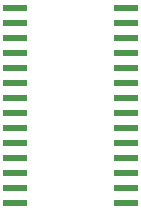
<source format=gtp>
G04 #@! TF.FileFunction,Paste,Top*
%FSLAX46Y46*%
G04 Gerber Fmt 4.6, Leading zero omitted, Abs format (unit mm)*
G04 Created by KiCad (PCBNEW 4.0.5+dfsg1-4) date Thu Oct  6 23:04:55 2022*
%MOMM*%
%LPD*%
G01*
G04 APERTURE LIST*
%ADD10C,0.150000*%
%ADD11R,2.000000X0.600000*%
G04 APERTURE END LIST*
D10*
D11*
X136905000Y-81661000D03*
X136905000Y-82931000D03*
X136905000Y-84201000D03*
X136905000Y-85471000D03*
X136905000Y-86741000D03*
X136905000Y-88011000D03*
X136905000Y-89281000D03*
X136905000Y-90551000D03*
X136905000Y-91821000D03*
X136905000Y-93091000D03*
X136905000Y-94361000D03*
X136905000Y-95631000D03*
X136905000Y-96901000D03*
X136905000Y-98171000D03*
X146305000Y-98171000D03*
X146305000Y-96901000D03*
X146305000Y-95631000D03*
X146305000Y-94361000D03*
X146305000Y-93091000D03*
X146305000Y-91821000D03*
X146305000Y-90551000D03*
X146305000Y-89281000D03*
X146305000Y-88011000D03*
X146305000Y-86741000D03*
X146305000Y-85471000D03*
X146305000Y-84201000D03*
X146305000Y-82931000D03*
X146305000Y-81661000D03*
M02*

</source>
